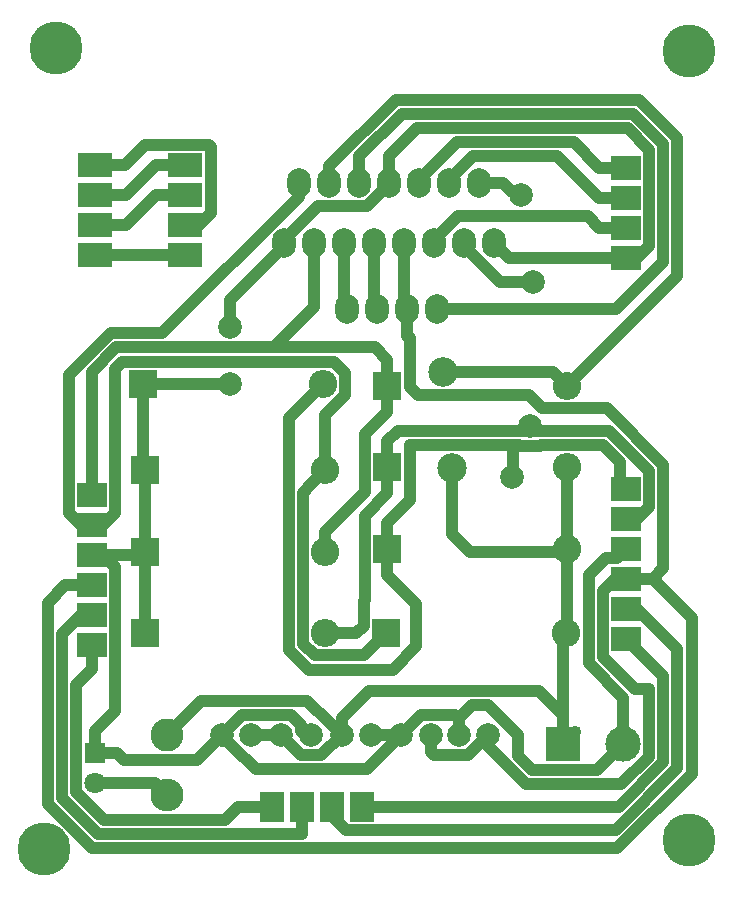
<source format=gbr>
G04 #@! TF.GenerationSoftware,KiCad,Pcbnew,(5.1.2)-2*
G04 #@! TF.CreationDate,2020-05-01T16:22:05+07:00*
G04 #@! TF.ProjectId,l298n,6c323938-6e2e-46b6-9963-61645f706362,rev?*
G04 #@! TF.SameCoordinates,Original*
G04 #@! TF.FileFunction,Copper,L2,Bot*
G04 #@! TF.FilePolarity,Positive*
%FSLAX46Y46*%
G04 Gerber Fmt 4.6, Leading zero omitted, Abs format (unit mm)*
G04 Created by KiCad (PCBNEW (5.1.2)-2) date 2020-05-01 16:22:05*
%MOMM*%
%LPD*%
G04 APERTURE LIST*
%ADD10R,3.000000X2.000000*%
%ADD11O,2.000000X2.500000*%
%ADD12R,2.500000X2.000000*%
%ADD13C,2.000000*%
%ADD14R,1.800000X1.800000*%
%ADD15C,1.800000*%
%ADD16R,3.000000X3.000000*%
%ADD17C,3.000000*%
%ADD18R,2.000000X2.500000*%
%ADD19C,2.800000*%
%ADD20O,2.800000X2.800000*%
%ADD21R,2.400000X2.400000*%
%ADD22O,2.400000X2.400000*%
%ADD23C,4.500000*%
%ADD24C,2.500000*%
%ADD25C,1.000000*%
G04 APERTURE END LIST*
D10*
X94234000Y-39624000D03*
X94234000Y-37084000D03*
X94234000Y-34544000D03*
X94234000Y-32004000D03*
D11*
X115570000Y-44196000D03*
X113030000Y-44196000D03*
X110490000Y-44196000D03*
X107950000Y-44196000D03*
D12*
X131572000Y-39878000D03*
X131572000Y-37338000D03*
X131572000Y-34798000D03*
X131572000Y-32258000D03*
D11*
X102616000Y-38608000D03*
X103886000Y-33528000D03*
X105156000Y-38608000D03*
X106426000Y-33528000D03*
X107696000Y-38608000D03*
X108966000Y-33528000D03*
X110236000Y-38608000D03*
X111506000Y-33528000D03*
X112776000Y-38608000D03*
X114046000Y-33528000D03*
X115316000Y-38608000D03*
X116586000Y-33528000D03*
X117856000Y-38608000D03*
X119126000Y-33528000D03*
X120396000Y-38608000D03*
D13*
X109982000Y-80264000D03*
X107482000Y-80264000D03*
X112522000Y-80264000D03*
X115022000Y-80264000D03*
X119888000Y-80264000D03*
X117388000Y-80264000D03*
X99822000Y-80264000D03*
X97322000Y-80264000D03*
X102362000Y-80264000D03*
X104862000Y-80264000D03*
D14*
X86614000Y-81788000D03*
D15*
X86614000Y-84328000D03*
D16*
X126238000Y-81026000D03*
D17*
X131318000Y-81026000D03*
D18*
X101600000Y-86360000D03*
X104140000Y-86360000D03*
X106680000Y-86360000D03*
X109220000Y-86360000D03*
D12*
X86360000Y-59944000D03*
X86360000Y-62484000D03*
X86360000Y-65024000D03*
X86360000Y-67564000D03*
X86360000Y-70104000D03*
X86360000Y-72644000D03*
X131572000Y-72136000D03*
X131572000Y-69596000D03*
X131572000Y-67056000D03*
X131572000Y-64516000D03*
X131572000Y-61976000D03*
X131572000Y-59436000D03*
D19*
X92710000Y-80264000D03*
D20*
X92710000Y-85344000D03*
D10*
X86614000Y-32004000D03*
X86614000Y-34544000D03*
X86614000Y-37084000D03*
X86614000Y-39624000D03*
D21*
X111252000Y-71628000D03*
D22*
X126492000Y-71628000D03*
D21*
X90883001Y-57841001D03*
D22*
X106123001Y-57841001D03*
X126583001Y-50697001D03*
D21*
X111343001Y-50697001D03*
D22*
X106123001Y-64731001D03*
D21*
X90883001Y-64731001D03*
X111343001Y-57587001D03*
D22*
X126583001Y-57587001D03*
D21*
X90883001Y-71621001D03*
D22*
X106123001Y-71621001D03*
X126583001Y-64477001D03*
D21*
X111343001Y-64477001D03*
D22*
X105918000Y-50546000D03*
D21*
X90678000Y-50546000D03*
D23*
X136906000Y-89154000D03*
X82296000Y-89916000D03*
X83312000Y-22098000D03*
X136906000Y-22352000D03*
D24*
X116840000Y-57658000D03*
D13*
X123698000Y-41910000D03*
X123444000Y-54102000D03*
X122682000Y-34544000D03*
X121920000Y-58420000D03*
D24*
X116078000Y-49530000D03*
D13*
X98044000Y-45720000D03*
X98044000Y-50546000D03*
D25*
X103361999Y-81263999D02*
X102362000Y-80264000D01*
X104062001Y-81964001D02*
X103361999Y-81263999D01*
X107482000Y-80264000D02*
X105781999Y-81964001D01*
X99822000Y-80264000D02*
X102362000Y-80264000D01*
X105781999Y-81964001D02*
X104062001Y-81964001D01*
X106482001Y-79264001D02*
X107482000Y-80264000D01*
X104581989Y-77363989D02*
X106482001Y-79264001D01*
X95610011Y-77363989D02*
X104581989Y-77363989D01*
X92710000Y-80264000D02*
X95610011Y-77363989D01*
X126238000Y-78526000D02*
X126238000Y-81026000D01*
X124235990Y-76523990D02*
X126238000Y-78526000D01*
X109807797Y-76523990D02*
X124235990Y-76523990D01*
X107482000Y-78849787D02*
X109807797Y-76523990D01*
X107482000Y-80264000D02*
X107482000Y-78849787D01*
X126583001Y-57587001D02*
X126583001Y-64477001D01*
X126583001Y-71536999D02*
X126492000Y-71628000D01*
X126583001Y-64477001D02*
X126583001Y-71536999D01*
X127254000Y-80010000D02*
X126238000Y-81026000D01*
X126238000Y-71882000D02*
X126492000Y-71628000D01*
X126238000Y-81026000D02*
X126238000Y-71882000D01*
X127783000Y-49497002D02*
X126583001Y-50697001D01*
X135922020Y-41357982D02*
X127783000Y-49497002D01*
X135922020Y-29703878D02*
X135922020Y-41357982D01*
X132696104Y-26477962D02*
X135922020Y-29703878D01*
X112068971Y-26477961D02*
X132696104Y-26477962D01*
X106426000Y-32120930D02*
X112068971Y-26477961D01*
X106426000Y-33528000D02*
X106426000Y-32120930D01*
X125383002Y-49497002D02*
X120936998Y-49497002D01*
X126583001Y-50697001D02*
X125383002Y-49497002D01*
X120936998Y-49497002D02*
X120936998Y-49497002D01*
X109982000Y-80264000D02*
X112522000Y-80264000D01*
X99022001Y-78563999D02*
X97322000Y-80264000D01*
X103178001Y-78563999D02*
X99022001Y-78563999D01*
X104062001Y-79447999D02*
X103178001Y-78563999D01*
X104062001Y-79932001D02*
X104062001Y-79447999D01*
X104862000Y-80264000D02*
X104394000Y-80264000D01*
X104394000Y-80264000D02*
X104062001Y-79932001D01*
X88514000Y-81788000D02*
X86614000Y-81788000D01*
X89090001Y-82364001D02*
X88514000Y-81788000D01*
X95221999Y-82364001D02*
X89090001Y-82364001D01*
X97322000Y-80264000D02*
X95221999Y-82364001D01*
X98321999Y-81263999D02*
X97322000Y-80264000D01*
X100222011Y-83164011D02*
X98321999Y-81263999D01*
X109621989Y-83164011D02*
X100222011Y-83164011D01*
X112522000Y-80264000D02*
X109621989Y-83164011D01*
X117388000Y-78849787D02*
X118513787Y-77724000D01*
X119864002Y-77724000D02*
X122428000Y-80287998D01*
X118513787Y-77724000D02*
X119864002Y-77724000D01*
X122428000Y-80287998D02*
X122428000Y-82042000D01*
X129818001Y-82525999D02*
X131318000Y-81026000D01*
X129117999Y-83226001D02*
X129818001Y-82525999D01*
X123612001Y-83226001D02*
X129117999Y-83226001D01*
X122428000Y-82042000D02*
X123612001Y-83226001D01*
X117388000Y-78849787D02*
X117388000Y-80264000D01*
X117102212Y-78563999D02*
X117388000Y-78849787D01*
X114222001Y-78563999D02*
X117102212Y-78563999D01*
X112522000Y-80264000D02*
X114222001Y-78563999D01*
X87330002Y-65024000D02*
X86360000Y-65024000D01*
X88310001Y-66003999D02*
X87330002Y-65024000D01*
X88310001Y-78191999D02*
X88310001Y-66003999D01*
X86614000Y-79888000D02*
X88310001Y-78191999D01*
X86614000Y-81788000D02*
X86614000Y-79888000D01*
X121666000Y-39878000D02*
X120396000Y-38608000D01*
X131572000Y-39878000D02*
X121666000Y-39878000D01*
X130810000Y-65278000D02*
X131572000Y-64516000D01*
X129839998Y-65278000D02*
X130810000Y-65278000D01*
X128421989Y-66696009D02*
X129839998Y-65278000D01*
X128421989Y-74193061D02*
X128421989Y-66696009D01*
X131318000Y-81026000D02*
X131318000Y-77089072D01*
X131318000Y-77089072D02*
X128421989Y-74193061D01*
X90883001Y-71621001D02*
X90883001Y-64731001D01*
X90883001Y-57841001D02*
X90883001Y-64731001D01*
X90678000Y-57636000D02*
X90883001Y-57841001D01*
X90678000Y-50546000D02*
X90678000Y-57636000D01*
X90590002Y-65024000D02*
X90883001Y-64731001D01*
X86360000Y-65024000D02*
X90590002Y-65024000D01*
X102616000Y-38358000D02*
X102616000Y-38608000D01*
X105495990Y-35478010D02*
X102616000Y-38358000D01*
X109670167Y-35478010D02*
X105495990Y-35478010D01*
X111506000Y-33642177D02*
X109670167Y-35478010D01*
X111506000Y-33528000D02*
X111506000Y-33642177D01*
X102616000Y-38858000D02*
X98044000Y-43430000D01*
X102616000Y-38608000D02*
X102616000Y-38858000D01*
X98044000Y-43430000D02*
X98044000Y-45720000D01*
X132542002Y-39878000D02*
X131572000Y-39878000D01*
X133522001Y-38898001D02*
X132542002Y-39878000D01*
X131701982Y-28877980D02*
X133522001Y-30697999D01*
X133522001Y-30697999D02*
X133522001Y-38898001D01*
X113906020Y-28877980D02*
X131701982Y-28877980D01*
X111506000Y-31278000D02*
X113906020Y-28877980D01*
X111506000Y-33528000D02*
X111506000Y-31278000D01*
X90678000Y-50546000D02*
X92878000Y-50546000D01*
X92878000Y-50546000D02*
X98044000Y-50546000D01*
X115022000Y-81678213D02*
X115022000Y-80264000D01*
X115307788Y-81964001D02*
X115022000Y-81678213D01*
X118204001Y-81964001D02*
X115307788Y-81964001D01*
X119888000Y-80280002D02*
X118204001Y-81964001D01*
X119888000Y-80264000D02*
X119888000Y-80280002D01*
X133518001Y-82082001D02*
X133518001Y-76376003D01*
X131173993Y-84426009D02*
X133518001Y-82082001D01*
X123114941Y-84426011D02*
X131173993Y-84426009D01*
X119888000Y-81199070D02*
X123114941Y-84426011D01*
X119888000Y-80264000D02*
X119888000Y-81199070D01*
X130601998Y-67056000D02*
X131572000Y-67056000D01*
X129621999Y-68035999D02*
X130601998Y-67056000D01*
X129621999Y-73696001D02*
X129621999Y-68035999D01*
X132302001Y-76376003D02*
X129621999Y-73696001D01*
X133518001Y-76376003D02*
X132302001Y-76376003D01*
X137118031Y-70352031D02*
X133822000Y-67056000D01*
X137118031Y-83573181D02*
X137118031Y-70352031D01*
X130847191Y-89844021D02*
X137118031Y-83573181D01*
X86367879Y-89844021D02*
X130847191Y-89844021D01*
X82613981Y-86090123D02*
X86367879Y-89844021D01*
X82613981Y-69060019D02*
X82613981Y-86090123D01*
X84110000Y-67564000D02*
X82613981Y-69060019D01*
X86360000Y-67564000D02*
X84110000Y-67564000D01*
X112776000Y-43942000D02*
X113030000Y-44196000D01*
X112776000Y-38608000D02*
X112776000Y-43942000D01*
X89114000Y-32004000D02*
X86614000Y-32004000D01*
X90814001Y-30303999D02*
X89114000Y-32004000D01*
X96294001Y-30303999D02*
X90814001Y-30303999D01*
X96434001Y-30443999D02*
X96294001Y-30303999D01*
X96434001Y-36104001D02*
X96434001Y-30443999D01*
X95454002Y-37084000D02*
X96434001Y-36104001D01*
X94234000Y-37084000D02*
X95454002Y-37084000D01*
X91694000Y-84328000D02*
X92710000Y-85344000D01*
X86614000Y-84328000D02*
X91694000Y-84328000D01*
X104923002Y-59041000D02*
X106123001Y-57841001D01*
X104223000Y-59741002D02*
X104923002Y-59041000D01*
X104223000Y-72533002D02*
X104223000Y-59741002D01*
X105211000Y-73521002D02*
X104223000Y-72533002D01*
X109358998Y-73521002D02*
X105211000Y-73521002D01*
X111252000Y-71628000D02*
X109358998Y-73521002D01*
X87330002Y-62484000D02*
X86360000Y-62484000D01*
X88310001Y-61504001D02*
X87330002Y-62484000D01*
X88917999Y-48645999D02*
X88310001Y-49253997D01*
X106830001Y-48645999D02*
X88917999Y-48645999D01*
X107818001Y-49633999D02*
X106830001Y-48645999D01*
X107818001Y-51458001D02*
X107818001Y-49633999D01*
X106123001Y-53153001D02*
X107818001Y-51458001D01*
X88310001Y-49253997D02*
X88310001Y-61504001D01*
X106123001Y-57841001D02*
X106123001Y-53153001D01*
X85389998Y-62484000D02*
X86360000Y-62484000D01*
X84409999Y-49759859D02*
X84409999Y-61504001D01*
X84409999Y-61504001D02*
X85389998Y-62484000D01*
X87923877Y-46245981D02*
X84409999Y-49759859D01*
X92323842Y-46245981D02*
X87923877Y-46245981D01*
X103886000Y-34683823D02*
X92323842Y-46245981D01*
X103886000Y-33528000D02*
X103886000Y-34683823D01*
X111343001Y-52897001D02*
X111343001Y-50697001D01*
X109443000Y-54797002D02*
X111343001Y-52897001D01*
X109443000Y-59713946D02*
X109443000Y-54797002D01*
X106123001Y-63033945D02*
X109443000Y-59713946D01*
X106123001Y-64731001D02*
X106123001Y-63033945D01*
X86360000Y-57944000D02*
X86360000Y-59944000D01*
X86360000Y-49506928D02*
X86360000Y-57944000D01*
X88420938Y-47445990D02*
X86360000Y-49506928D01*
X110291989Y-47445989D02*
X88420938Y-47445990D01*
X111343001Y-48497001D02*
X110291989Y-47445989D01*
X111343001Y-50697001D02*
X111343001Y-48497001D01*
X101766187Y-47445990D02*
X88420938Y-47445990D01*
X105156000Y-44056177D02*
X101766187Y-47445990D01*
X105156000Y-38608000D02*
X105156000Y-44056177D01*
X109443000Y-61687002D02*
X109443000Y-68803000D01*
X111343001Y-57587001D02*
X111343001Y-59787001D01*
X111343001Y-59787001D02*
X109443000Y-61687002D01*
X109351999Y-68894001D02*
X109351999Y-70988001D01*
X109443000Y-68803000D02*
X109351999Y-68894001D01*
X108718999Y-71621001D02*
X106123001Y-71621001D01*
X109351999Y-70988001D02*
X108718999Y-71621001D01*
X132542002Y-61976000D02*
X131572000Y-61976000D01*
X133522001Y-60996001D02*
X132542002Y-61976000D01*
X133522001Y-57875999D02*
X133522001Y-60996001D01*
X130132992Y-54486990D02*
X133522001Y-57875999D01*
X112243012Y-54486990D02*
X124075010Y-54486990D01*
X111343001Y-55387001D02*
X112243012Y-54486990D01*
X111343001Y-57587001D02*
X111343001Y-56296999D01*
X111343001Y-56296999D02*
X111343001Y-55387001D01*
X117856000Y-38858000D02*
X120908000Y-41910000D01*
X117856000Y-38608000D02*
X117856000Y-38858000D01*
X120908000Y-41910000D02*
X123698000Y-41910000D01*
X123698000Y-41910000D02*
X123698000Y-41910000D01*
X124075010Y-54486990D02*
X130132992Y-54486990D01*
X103022990Y-53441010D02*
X104718001Y-51745999D01*
X103022990Y-73030062D02*
X103022990Y-53441010D01*
X104713940Y-74721012D02*
X103022990Y-73030062D01*
X111818990Y-74721012D02*
X104713940Y-74721012D01*
X113792000Y-72748002D02*
X111818990Y-74721012D01*
X113792000Y-69126000D02*
X113792000Y-72748002D01*
X104718001Y-51745999D02*
X105918000Y-50546000D01*
X111343001Y-66677001D02*
X113792000Y-69126000D01*
X111343001Y-64477001D02*
X111343001Y-66677001D01*
X121126000Y-33528000D02*
X121888000Y-34290000D01*
X119126000Y-33528000D02*
X121126000Y-33528000D01*
X113284000Y-60336002D02*
X113284000Y-55687000D01*
X111343001Y-64477001D02*
X111343001Y-62277001D01*
X111343001Y-62277001D02*
X113284000Y-60336002D01*
X124399000Y-55687000D02*
X129635932Y-55687000D01*
X124283999Y-55802001D02*
X124399000Y-55687000D01*
X122627999Y-55802001D02*
X124283999Y-55802001D01*
X122512998Y-55687000D02*
X122627999Y-55802001D01*
X129635932Y-55687000D02*
X131064000Y-57115068D01*
X131064000Y-58928000D02*
X131572000Y-59436000D01*
X131064000Y-57115068D02*
X131064000Y-58928000D01*
X87361999Y-87444001D02*
X97649999Y-87444001D01*
X85013999Y-85096001D02*
X87361999Y-87444001D01*
X85013999Y-75990001D02*
X85013999Y-85096001D01*
X86360000Y-74644000D02*
X85013999Y-75990001D01*
X86360000Y-72644000D02*
X86360000Y-74644000D01*
X110236000Y-43942000D02*
X110490000Y-44196000D01*
X110236000Y-38608000D02*
X110236000Y-43942000D01*
X89114000Y-37084000D02*
X86614000Y-37084000D01*
X89194000Y-37084000D02*
X89114000Y-37084000D01*
X91734000Y-34544000D02*
X89194000Y-37084000D01*
X94234000Y-34544000D02*
X91734000Y-34544000D01*
X117570000Y-44196000D02*
X115570000Y-44196000D01*
X134722010Y-40237992D02*
X130764002Y-44196000D01*
X130764002Y-44196000D02*
X117570000Y-44196000D01*
X132199043Y-27677971D02*
X134722010Y-30200938D01*
X134722010Y-30200938D02*
X134722010Y-40237992D01*
X112566030Y-27677970D02*
X132199043Y-27677971D01*
X108966000Y-31278000D02*
X112566030Y-27677970D01*
X108966000Y-33528000D02*
X108966000Y-31278000D01*
X94234000Y-39624000D02*
X86614000Y-39624000D01*
X120904000Y-49530000D02*
X116078000Y-49530000D01*
X120936998Y-49497002D02*
X120904000Y-49530000D01*
X118364000Y-64770000D02*
X126583001Y-64770000D01*
X116840000Y-57658000D02*
X116840000Y-63246000D01*
X116840000Y-63246000D02*
X118364000Y-64770000D01*
X98044000Y-45720000D02*
X98044000Y-45720000D01*
X98044000Y-50546000D02*
X98044000Y-50546000D01*
X113030000Y-46446000D02*
X113030000Y-44196000D01*
X113243002Y-46659002D02*
X113030000Y-46446000D01*
X113243002Y-50759002D02*
X113243002Y-46659002D01*
X113964001Y-51480001D02*
X113243002Y-50759002D01*
X124455004Y-52597002D02*
X123338003Y-51480001D01*
X129940074Y-52597002D02*
X124455004Y-52597002D01*
X123338003Y-51480001D02*
X113964001Y-51480001D01*
X134722010Y-57378938D02*
X129940074Y-52597002D01*
X134722011Y-66155989D02*
X134722010Y-57378938D01*
X133822000Y-67056000D02*
X134722011Y-66155989D01*
X131572000Y-67056000D02*
X133822000Y-67056000D01*
X121981000Y-55687000D02*
X121981000Y-58105000D01*
X121981000Y-55687000D02*
X122512998Y-55687000D01*
X113284000Y-55687000D02*
X121981000Y-55687000D01*
X98734000Y-86360000D02*
X101600000Y-86360000D01*
X97649999Y-87444001D02*
X98734000Y-86360000D01*
X104140000Y-88610000D02*
X104140000Y-86360000D01*
X86360000Y-70104000D02*
X85389998Y-70104000D01*
X85389998Y-70104000D02*
X83813990Y-71680008D01*
X83813990Y-71680008D02*
X83813990Y-85593062D01*
X83813990Y-85593062D02*
X86864939Y-88644011D01*
X86864939Y-88644011D02*
X104105989Y-88644011D01*
X104105989Y-88644011D02*
X104140000Y-88610000D01*
X130937072Y-86360000D02*
X109220000Y-86360000D01*
X134718011Y-82579061D02*
X130937072Y-86360000D01*
X131572000Y-72136000D02*
X134718011Y-75282011D01*
X134718011Y-75282011D02*
X134718011Y-82579061D01*
X106680000Y-87122000D02*
X106680000Y-86360000D01*
X135918021Y-72972019D02*
X135918021Y-83076121D01*
X131572000Y-69596000D02*
X132542002Y-69596000D01*
X135918021Y-83076121D02*
X130684141Y-88310001D01*
X130684141Y-88310001D02*
X107868001Y-88310001D01*
X132542002Y-69596000D02*
X135918021Y-72972019D01*
X107868001Y-88310001D02*
X106680000Y-87122000D01*
X107696000Y-43942000D02*
X107950000Y-44196000D01*
X107696000Y-38608000D02*
X107696000Y-43942000D01*
X89114000Y-34544000D02*
X86614000Y-34544000D01*
X89194000Y-34544000D02*
X89114000Y-34544000D01*
X91734000Y-32004000D02*
X89194000Y-34544000D01*
X94234000Y-32004000D02*
X91734000Y-32004000D01*
X115316000Y-38358000D02*
X115316000Y-38608000D01*
X117316000Y-36358000D02*
X115316000Y-38358000D01*
X128342000Y-36358000D02*
X117316000Y-36358000D01*
X129322000Y-37338000D02*
X128342000Y-36358000D01*
X131572000Y-37338000D02*
X129322000Y-37338000D01*
X129322000Y-34798000D02*
X126274000Y-31750000D01*
X131572000Y-34798000D02*
X129322000Y-34798000D01*
X126274000Y-31750000D02*
X126238000Y-31750000D01*
X116586000Y-33278000D02*
X116586000Y-33528000D01*
X118586000Y-31278000D02*
X116586000Y-33278000D01*
X125766000Y-31278000D02*
X118586000Y-31278000D01*
X126238000Y-31750000D02*
X125766000Y-31278000D01*
X114046000Y-33278000D02*
X114046000Y-33528000D01*
X117246010Y-30077990D02*
X114046000Y-33278000D01*
X127141990Y-30077990D02*
X117246010Y-30077990D01*
X129322000Y-32258000D02*
X127141990Y-30077990D01*
X131572000Y-32258000D02*
X129322000Y-32258000D01*
M02*

</source>
